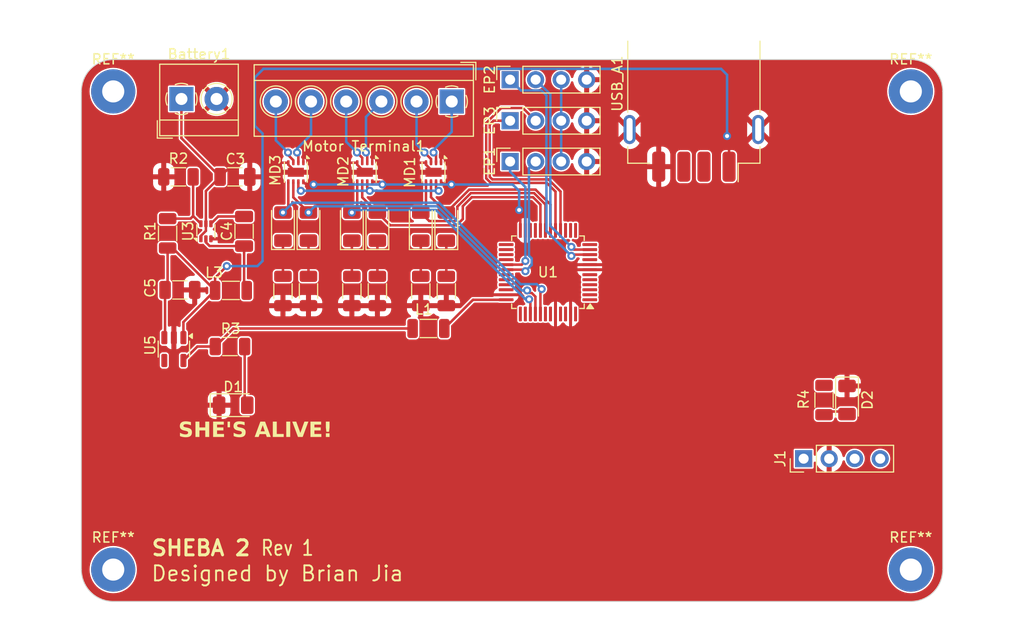
<source format=kicad_pcb>
(kicad_pcb (version 20240108) (generator "pcbnew") (generator_version "8.0")
  (layers (0 "F.Cu" power) (31 "B.Cu" signal) (34 "B.Paste" user) (35 "F.Paste" user) (36 "B.SilkS" user "B.Silkscreen") (37 "F.SilkS" user "F.Silkscreen") (38 "B.Mask" user) (39 "F.Mask" user) (44 "Edge.Cuts" user))
  (net 0 "")
  (net 1 "+BATT")
  (net 2 "GND")
  (net 3 "Net-(U1-VDDA)")
  (net 4 "Net-(U3-SW)")
  (net 5 "Net-(U3-BST)")
  (net 6 "+5V")
  (net 7 "/USB_DM")
  (net 8 "/USB_DP")
  (net 9 "+3V3")
  (net 10 "Net-(U3-FB)")
  (net 20 "TIM1_CH1")
  (net 21 "TIM1_CH2")
  (net 22 "TIM2_CH1")
  (net 23 "TIM2_CH2")
  (net 24 "M1_BACK")
  (net 25 "M1_FWD")
  (net 26 "M_SLEEP")
  (net 27 "Net-(MD1-OUT1)")
  (net 28 "Net-(MD1-OUT2)")
  (net 29 "M2_FWD")
  (net 30 "M2_BACK")
  (net 31 "Net-(MD2-OUT1)")
  (net 32 "Net-(MD2-OUT2)")
  (net 33 "BLINKY")
  (net 34 "Net-(D1-A)")
  (net 35 "Net-(D2-A)")
  (net 36 "SYS_JTMS-SWDIO")
  (net 37 "SYS_JTCK-SWCLK")
  (net 41 "Net-(D3-K)")
  (net 42 "Net-(D4-K)")
  (net 43 "Net-(D5-K)")
  (net 44 "Net-(D6-K)")
  (net 45 "TIM3_CH2")
  (net 46 "TIM3_CH1")
  (net 47 "M3_FWD")
  (net 48 "M3_BACK")
  (net 49 "Net-(MD3-OUT1)")
  (net 50 "Net-(MD3-OUT2)")
  (net 51 "Net-(D7-K)")
  (net 52 "Net-(D8-K)")
  (footprint "Inductor_SMD:L_1206_3216Metric" (layer "F.Cu") (at 87.884 56.76)
    (property "Reference" "L1" (at -0.457 -1.9 0) (layer "F.SilkS"))
    (property "Value" "L100nH")
    (pad "1" smd roundrect (at -1.575 0) (size 1.05 1.9) (layers "F.Cu" "F.Paste" "F.Mask") (roundrect_rratio 0.238095) (net 9 "+3V3"))
    (pad "2" smd roundrect (at 1.575 0) (size 1.05 1.9) (layers "F.Cu" "F.Paste" "F.Mask") (roundrect_rratio 0.238095) (net 3 "Net-(U1-VDDA)"))
  )
  (footprint "Capacitor_SMD:C_1206_3216Metric" (layer "F.Cu") (at 69.539 47.077 90)
    (property "Reference" "C4" (at 0 -1.721 -90) (layer "F.SilkS"))
    (property "Value" "C_Small100nF")
    (pad "1" smd roundrect (at -1.475 0 90) (size 1.15 1.8) (layers "F.Cu" "F.Paste" "F.Mask") (roundrect_rratio 0.217391) (net 4 "Net-(U3-SW)"))
    (pad "2" smd roundrect (at 1.475 0 90) (size 1.15 1.8) (layers "F.Cu" "F.Paste" "F.Mask") (roundrect_rratio 0.217391) (net 5 "Net-(U3-BST)"))
  )
  (footprint "MountingHole:MountingHole_2.2mm_M2_Pad" (layer "F.Cu") (at 56.515 33.147)
    (property "Reference" "REF**" (at 0 -3.2 0) (layer "F.SilkS"))
    (property "Value" "MountingHole_2.2mm_M2_Pad")
    (pad "1" thru_hole circle (at 0 0) (size 4.4 4.4) (drill 2.2) (layers "*.Cu" "*.Mask"))
  )
  (footprint "Resistor_SMD:R_1206_3216Metric" (layer "F.Cu") (at 82.804 53.0245 -90)
    (property "Reference" "R7" (hide yes))
    (property "Value" "R150")
    (pad "1" smd roundrect (at -1.4625 0 270) (size 1.125 1.75) (layers "F.Cu" "F.Paste" "F.Mask") (roundrect_rratio 0.222222) (net 43 "Net-(D5-K)"))
    (pad "2" smd roundrect (at 1.4625 0 270) (size 1.125 1.75) (layers "F.Cu" "F.Paste" "F.Mask") (roundrect_rratio 0.222222) (net 2 "GND"))
  )
  (footprint "Resistor_SMD:R_1206_3216Metric" (layer "F.Cu") (at 73.406 53.0245 -90)
    (property "Reference" "R10" (hide yes))
    (property "Value" "R150")
    (pad "1" smd roundrect (at -1.4625 0 270) (size 1.125 1.75) (layers "F.Cu" "F.Paste" "F.Mask") (roundrect_rratio 0.222222) (net 52 "Net-(D8-K)"))
    (pad "2" smd roundrect (at 1.4625 0 270) (size 1.125 1.75) (layers "F.Cu" "F.Paste" "F.Mask") (roundrect_rratio 0.222222) (net 2 "GND"))
  )
  (footprint "LED_SMD:LED_1206_3216Metric" (layer "F.Cu") (at 89.662 46.612 90)
    (property "Reference" "D3" (hide yes))
    (property "Value" "LED")
    (pad "1" smd roundrect (at -1.4 0 90) (size 1.25 1.75) (layers "F.Cu" "F.Paste" "F.Mask") (roundrect_rratio 0.2) (net 41 "Net-(D3-K)"))
    (pad "2" smd roundrect (at 1.4 0 90) (size 1.25 1.75) (layers "F.Cu" "F.Paste" "F.Mask") (roundrect_rratio 0.2) (net 25 "M1_FWD"))
  )
  (footprint "MountingHole:MountingHole_2.2mm_M2_Pad" (layer "F.Cu") (at 135.89 33.147)
    (property "Reference" "REF**" (at 0 -3.2 0) (layer "F.SilkS"))
    (property "Value" "MountingHole_2.2mm_M2_Pad")
    (pad "1" thru_hole circle (at 0 0) (size 4.4 4.4) (drill 2.2) (layers "*.Cu" "*.Mask"))
  )
  (footprint "Resistor_SMD:R_1206_3216Metric" (layer "F.Cu") (at 63.0045 41.656)
    (property "Reference" "R2" (at 0 -1.82 0) (layer "F.SilkS"))
    (property "Value" "R52.3k")
    (pad "1" smd roundrect (at -1.4625 0) (size 1.125 1.75) (layers "F.Cu" "F.Paste" "F.Mask") (roundrect_rratio 0.222222) (net 2 "GND"))
    (pad "2" smd roundrect (at 1.4625 0) (size 1.125 1.75) (layers "F.Cu" "F.Paste" "F.Mask") (roundrect_rratio 0.222222) (net 10 "Net-(U3-FB)"))
  )
  (footprint "MountingHole:MountingHole_2.2mm_M2_Pad" (layer "F.Cu") (at 56.515 80.772)
    (property "Reference" "REF**" (at 0 -3.2 0) (layer "F.SilkS"))
    (property "Value" "MountingHole_2.2mm_M2_Pad")
    (pad "1" thru_hole circle (at 0 0) (size 4.4 4.4) (drill 2.2) (layers "*.Cu" "*.Mask"))
  )
  (footprint "Resistor_SMD:R_1206_3216Metric" (layer "F.Cu") (at 127.254 63.884 -90)
    (property "Reference" "R4" (at -0.0615 2.032 90) (layer "F.SilkS"))
    (property "Value" "R150")
    (pad "1" smd roundrect (at -1.4625 0 270) (size 1.125 1.75) (layers "F.Cu" "F.Paste" "F.Mask") (roundrect_rratio 0.222222) (net 33 "BLINKY"))
    (pad "2" smd roundrect (at 1.4625 0 270) (size 1.125 1.75) (layers "F.Cu" "F.Paste" "F.Mask") (roundrect_rratio 0.222222) (net 35 "Net-(D2-A)"))
  )
  (footprint "Package_TO_SOT_SMD:SOT-563" (layer "F.Cu") (at 65.737 47.077 90)
    (property "Reference" "U3" (at 0 -1.778 -90) (layer "F.SilkS"))
    (property "Value" "AP62150Z6")
    (pad "1" smd roundrect (at -0.75 -0.5 90) (size 0.7 0.34) (layers "F.Cu" "F.Paste" "F.Mask") (net 1 "+BATT"))
    (pad "2" smd roundrect (at -0.75 0 90) (size 0.7 0.34) (layers "F.Cu" "F.Paste" "F.Mask") (net 4 "Net-(U3-SW)"))
    (pad "3" smd roundrect (at -0.75 0.5 90) (size 0.7 0.34) (layers "F.Cu" "F.Paste" "F.Mask") (net 2 "GND"))
    (pad "4" smd roundrect (at 0.75 0.5 90) (size 0.7 0.34) (layers "F.Cu" "F.Paste" "F.Mask") (net 5 "Net-(U3-BST)"))
    (pad "5" smd roundrect (at 0.75 0 90) (size 0.7 0.34) (layers "F.Cu" "F.Paste" "F.Mask") (net 1 "+BATT"))
    (pad "6" smd roundrect (at 0.75 -0.5 90) (size 0.7 0.34) (layers "F.Cu" "F.Paste" "F.Mask") (net 10 "Net-(U3-FB)"))
  )
  (footprint "Package_SON:WSON-8-1EP_2x2mm_P0.5mm_EP0.9x1.6mm" (layer "F.Cu") (at 81.546 41.2 -90)
    (property "Reference" "MD2" (at -0.066 2.14 90) (layer "F.SilkS"))
    (property "Value" "DRV8837C")
    (pad "1" smd roundrect (at -0.95 -0.75 270) (size 0.5 0.25) (layers "F.Cu" "F.Paste" "F.Mask") (net 1 "+BATT"))
    (pad "2" smd roundrect (at -0.95 -0.25 270) (size 0.5 0.25) (layers "F.Cu" "F.Paste" "F.Mask") (net 31 "Net-(MD2-OUT1)"))
    (pad "3" smd roundrect (at -0.95 0.25 270) (size 0.5 0.25) (layers "F.Cu" "F.Paste" "F.Mask") (net 32 "Net-(MD2-OUT2)"))
    (pad "4" smd roundrect (at -0.95 0.75 270) (size 0.5 0.25) (layers "F.Cu" "F.Paste" "F.Mask") (net 2 "GND"))
    (pad "5" smd roundrect (at 0.95 0.75 270) (size 0.5 0.25) (layers "F.Cu" "F.Paste" "F.Mask") (net 30 "M2_BACK"))
    (pad "6" smd roundrect (at 0.95 0.25 270) (size 0.5 0.25) (layers "F.Cu" "F.Paste" "F.Mask") (net 29 "M2_FWD"))
    (pad "7" smd roundrect (at 0.95 -0.25 270) (size 0.5 0.25) (layers "F.Cu" "F.Paste" "F.Mask") (net 26 "M_SLEEP"))
    (pad "8" smd roundrect (at 0.95 -0.75 270) (size 0.5 0.25) (layers "F.Cu" "F.Paste" "F.Mask") (net 9 "+3V3"))
    (pad "9" smd rect (at 0 0 270) (size 0.9 1.6) (layers "F.Cu" "F.Mask") (net 2 "GND"))
  )
  (footprint "LED_SMD:LED_1206_3216Metric" (layer "F.Cu") (at 82.804 46.612 90)
    (property "Reference" "D5" (hide yes))
    (property "Value" "LED")
    (pad "1" smd roundrect (at -1.4 0 90) (size 1.25 1.75) (layers "F.Cu" "F.Paste" "F.Mask") (roundrect_rratio 0.2) (net 43 "Net-(D5-K)"))
    (pad "2" smd roundrect (at 1.4 0 90) (size 1.25 1.75) (layers "F.Cu" "F.Paste" "F.Mask") (roundrect_rratio 0.2) (net 29 "M2_FWD"))
  )
  (footprint "Inductor_SMD:L_1206_3216Metric" (layer "F.Cu") (at 68.226 52.968 180)
    (property "Reference" "L3" (at 1.678 1.778 180) (layer "F.SilkS"))
    (property "Value" "L3.3uH")
    (pad "1" smd roundrect (at -1.575 0 180) (size 1.05 1.9) (layers "F.Cu" "F.Paste" "F.Mask") (roundrect_rratio 0.238095) (net 4 "Net-(U3-SW)"))
    (pad "2" smd roundrect (at 1.575 0 180) (size 1.05 1.9) (layers "F.Cu" "F.Paste" "F.Mask") (roundrect_rratio 0.238095) (net 6 "+5V"))
  )
  (footprint "Resistor_SMD:R_1206_3216Metric" (layer "F.Cu") (at 75.946 53.0245 -90)
    (property "Reference" "R9" (hide yes))
    (property "Value" "R150")
    (pad "1" smd roundrect (at -1.4625 0 270) (size 1.125 1.75) (layers "F.Cu" "F.Paste" "F.Mask") (roundrect_rratio 0.222222) (net 51 "Net-(D7-K)"))
    (pad "2" smd roundrect (at 1.4625 0 270) (size 1.125 1.75) (layers "F.Cu" "F.Paste" "F.Mask") (roundrect_rratio 0.222222) (net 2 "GND"))
  )
  (footprint "Connector_USB:USB_A_Receptacle_GCT_USB1046" (layer "F.Cu") (at 114.3 33.392 180)
    (property "Reference" "USB_A1" (at 7.62 1.016 -90) (layer "F.SilkS"))
    (property "Value" "USB_A")
    (pad "1" smd roundrect (at -3.5 -7.25 180) (size 1.3 3) (layers "F.Cu" "F.Paste" "F.Mask") (net 6 "+5V"))
    (pad "2" smd roundrect (at -1 -7.25 180) (size 1.3 3) (layers "F.Cu" "F.Paste" "F.Mask") (net 7 "/USB_DM"))
    (pad "3" smd roundrect (at 1 -7.25 180) (size 1.3 3) (layers "F.Cu" "F.Paste" "F.Mask") (net 8 "/USB_DP"))
    (pad "4" smd roundrect (at 3.5 -7.25 180) (size 1.3 3) (layers "F.Cu" "F.Paste" "F.Mask") (net 2 "GND"))
    (pad "5" thru_hole oval (at -6.4 -3.55 180) (size 1.2 2.9) (drill oval 0.6 2.3) (layers "*.Cu" "*.Mask") (net 2 "GND"))
    (pad "5" thru_hole oval (at 6.4 -3.55 180) (size 1.2 2.9) (drill oval 0.6 2.3) (layers "*.Cu" "*.Mask") (net 2 "GND"))
  )
  (footprint "Resistor_SMD:R_1206_3216Metric" (layer "F.Cu") (at 87.122 53.0245 -90)
    (property "Reference" "R6" (hide yes))
    (property "Value" "R150")
    (pad "1" smd roundrect (at -1.4625 0 270) (size 1.125 1.75) (layers "F.Cu" "F.Paste" "F.Mask") (roundrect_rratio 0.222222) (net 42 "Net-(D4-K)"))
    (pad "2" smd roundrect (at 1.4625 0 270) (size 1.125 1.75) (layers "F.Cu" "F.Paste" "F.Mask") (roundrect_rratio 0.222222) (net 2 "GND"))
  )
  (footprint "Package_SON:WSON-8-1EP_2x2mm_P0.5mm_EP0.9x1.6mm" (layer "F.Cu") (at 88.388 41.2 -90)
    (property "Reference" "MD1" (at 0.012 2.352 90) (layer "F.SilkS"))
    (property "Value" "DRV8837C")
    (pad "1" smd roundrect (at -0.95 -0.75 270) (size 0.5 0.25) (layers "F.Cu" "F.Paste" "F.Mask") (net 1 "+BATT"))
    (pad "2" smd roundrect (at -0.95 -0.25 270) (size 0.5 0.25) (layers "F.Cu" "F.Paste" "F.Mask") (net 27 "Net-(MD1-OUT1)"))
    (pad "3" smd roundrect (at -0.95 0.25 270) (size 0.5 0.25) (layers "F.Cu" "F.Paste" "F.Mask") (net 28 "Net-(MD1-OUT2)"))
    (pad "4" smd roundrect (at -0.95 0.75 270) (size 0.5 0.25) (layers "F.Cu" "F.Paste" "F.Mask") (net 2 "GND"))
    (pad "5" smd roundrect (at 0.95 0.75 270) (size 0.5 0.25) (layers "F.Cu" "F.Paste" "F.Mask") (net 24 "M1_BACK"))
    (pad "6" smd roundrect (at 0.95 0.25 270) (size 0.5 0.25) (layers "F.Cu" "F.Paste" "F.Mask") (net 25 "M1_FWD"))
    (pad "7" smd roundrect (at 0.95 -0.25 270) (size 0.5 0.25) (layers "F.Cu" "F.Paste" "F.Mask") (net 26 "M_SLEEP"))
    (pad "8" smd roundrect (at 0.95 -0.75 270) (size 0.5 0.25) (layers "F.Cu" "F.Paste" "F.Mask") (net 9 "+3V3"))
    (pad "9" smd rect (at 0 0 270) (size 0.9 1.6) (layers "F.Cu" "F.Mask") (net 2 "GND"))
  )
  (footprint "LED_SMD:LED_1206_3216Metric" (layer "F.Cu") (at 75.946 46.606 90)
    (property "Reference" "D7" (hide yes))
    (property "Value" "LED")
    (pad "1" smd roundrect (at -1.4 0 90) (size 1.25 1.75) (layers "F.Cu" "F.Paste" "F.Mask") (roundrect_rratio 0.2) (net 51 "Net-(D7-K)"))
    (pad "2" smd roundrect (at 1.4 0 90) (size 1.25 1.75) (layers "F.Cu" "F.Paste" "F.Mask") (roundrect_rratio 0.2) (net 47 "M3_FWD"))
  )
  (footprint "Resistor_SMD:R_1206_3216Metric" (layer "F.Cu") (at 80.264 53.0245 -90)
    (property "Reference" "R8" (hide yes))
    (property "Value" "R150")
    (pad "1" smd roundrect (at -1.4625 0 270) (size 1.125 1.75) (layers "F.Cu" "F.Paste" "F.Mask") (roundrect_rratio 0.222222) (net 44 "Net-(D6-K)"))
    (pad "2" smd roundrect (at 1.4625 0 270) (size 1.125 1.75) (layers "F.Cu" "F.Paste" "F.Mask") (roundrect_rratio 0.222222) (net 2 "GND"))
  )
  (footprint "Capacitor_SMD:C_1206_3216Metric" (layer "F.Cu") (at 63.148 52.919)
    (property "Reference" "C5" (at -2.95 -0.205 -90) (layer "F.SilkS"))
    (property "Value" "C_Small22uF")
    (pad "1" smd roundrect (at -1.475 0) (size 1.15 1.8) (layers "F.Cu" "F.Paste" "F.Mask") (roundrect_rratio 0.217391) (net 6 "+5V"))
    (pad "2" smd roundrect (at 1.475 0) (size 1.15 1.8) (layers "F.Cu" "F.Paste" "F.Mask") (roundrect_rratio 0.217391) (net 2 "GND"))
  )
  (footprint "Connector_PinSocket_2.54mm:PinSocket_1x04_P2.54mm_Vertical" (layer "F.Cu") (at 96.012 36.068 90)
    (property "Reference" "EP3" (at 0 -2.032 -90) (layer "F.SilkS"))
    (property "Value" "Conn_01x04_Socket")
    (pad "1" thru_hole rect (at 0 0 90) (size 1.7 1.7) (drill 1) (layers "*.Cu" "*.Mask") (net 46 "TIM3_CH1"))
    (pad "2" thru_hole oval (at 0 2.54 90) (size 1.7 1.7) (drill 1) (layers "*.Cu" "*.Mask") (net 45 "TIM3_CH2"))
    (pad "3" thru_hole oval (at 0 5.08 90) (size 1.7 1.7) (drill 1) (layers "*.Cu" "*.Mask") (net 9 "+3V3"))
    (pad "4" thru_hole oval (at 0 7.62 90) (size 1.7 1.7) (drill 1) (layers "*.Cu" "*.Mask") (net 2 "GND"))
  )
  (footprint "Package_TO_SOT_SMD:SOT-23-5" (layer "F.Cu") (at 62.55 58.81 -90)
    (property "Reference" "U5" (at -0.3755 2.352 90) (layer "F.SilkS"))
    (property "Value" "MIC5504-3.3YM5")
    (pad "1" smd roundrect (at -1.1375 -0.95 270) (size 1.325 0.6) (layers "F.Cu" "F.Paste" "F.Mask") (net 6 "+5V"))
    (pad "2" smd roundrect (at -1.1375 0 270) (size 1.325 0.6) (layers "F.Cu" "F.Paste" "F.Mask") (net 2 "GND"))
    (pad "3" smd roundrect (at -1.1375 0.95 270) (size 1.325 0.6) (layers "F.Cu" "F.Paste" "F.Mask") (net 6 "+5V"))
    (pad "4" smd roundrect (at 1.1375 0.95 270) (size 1.325 0.6) (layers "F.Cu" "F.Paste" "F.Mask"))
    (pad "5" smd roundrect (at 1.1375 -0.95 270) (size 1.325 0.6) (layers "F.Cu" "F.Paste" "F.Mask") (net 9 "+3V3"))
  )
  (footprint "Resistor_SMD:R_1206_3216Metric" (layer "F.Cu") (at 61.927 47.282 -90)
    (property "Reference" "R1" (at -0.205 1.729 -90) (layer "F.SilkS"))
    (property "Value" "R10k")
    (pad "1" smd roundrect (at -1.4625 0 270) (size 1.125 1.75) (layers "F.Cu" "F.Paste" "F.Mask") (roundrect_rratio 0.222222) (net 10 "Net-(U3-FB)"))
    (pad "2" smd roundrect (at 1.4625 0 270) (size 1.125 1.75) (layers "F.Cu" "F.Paste" "F.Mask") (roundrect_rratio 0.222222) (net 6 "+5V"))
  )
  (footprint "Resistor_SMD:R_1206_3216Metric" (layer "F.Cu") (at 89.662 53.0245 -90)
    (property "Reference" "R5" (hide yes))
    (property "Value" "R150")
    (pad "1" smd roundrect (at -1.4625 0 270) (size 1.125 1.75) (layers "F.Cu" "F.Paste" "F.Mask") (roundrect_rratio 0.222222) (net 41 "Net-(D3-K)"))
    (pad "2" smd roundrect (at 1.4625 0 270) (size 1.125 1.75) (layers "F.Cu" "F.Paste" "F.Mask") (roundrect_rratio 0.222222) (net 2 "GND"))
  )
  (footprint "Package_QFP:LQFP-48_7x7mm_P0.5mm" (layer "F.Cu") (at 99.778 51.1525 180)
    (property "Reference" "U1" (at 0 0 180) (layer "F.SilkS"))
    (property "Value" "STM32F072C8Tx")
    (pad "1" smd roundrect (at -4.1625 -2.75 180) (size 1.475 0.3) (layers "F.Cu" "F.Paste" "F.Mask") (net 9 "+3V3"))
    (pad "2" smd roundrect (at -4.1625 -2.25 180) (size 1.475 0.3) (layers "F.Cu" "F.Paste" "F.Mask") (net 26 "M_SLEEP"))
    (pad "3" smd roundrect (at -4.1625 -1.75 180) (size 1.475 0.3) (layers "F.Cu" "F.Paste" "F.Mask"))
    (pad "4" smd roundrect (at -4.1625 -1.25 180) (size 1.475 0.3) (layers "F.Cu" "F.Paste" "F.Mask"))
    (pad "5" smd roundrect (at -4.1625 -0.75 180) (size 1.475 0.3) (layers "F.Cu" "F.Paste" "F.Mask"))
    (pad "6" smd roundrect (at -4.1625 -0.25 180) (size 1.475 0.3) (layers "F.Cu" "F.Paste" "F.Mask"))
    (pad "7" smd roundrect (at -4.1625 0.25 180) (size 1.475 0.3) (layers "F.Cu" "F.Paste" "F.Mask") (net 2 "GND"))
    (pad "8" smd roundrect (at -4.1625 0.75 180) (size 1.475 0.3) (layers "F.Cu" "F.Paste" "F.Mask") (net 2 "GND"))
    (pad "9" smd roundrect (at -4.1625 1.25 180) (size 1.475 0.3) (layers "F.Cu" "F.Paste" "F.Mask") (net 3 "Net-(U1-VDDA)"))
    (pad "10" smd roundrect (at -4.1625 1.75 180) (size 1.475 0.3) (layers "F.Cu" "F.Paste" "F.Mask") (net 22 "TIM2_CH1"))
    (pad "11" smd roundrect (at -4.1625 2.25 180) (size 1.475 0.3) (layers "F.Cu" "F.Paste" "F.Mask") (net 23 "TIM2_CH2"))
    (pad "12" smd roundrect (at -4.1625 2.75 180) (size 1.475 0.3) (layers "F.Cu" "F.Paste" "F.Mask"))
    (pad "13" smd roundrect (at -2.75 4.1625 180) (size 0.3 1.475) (layers "F.Cu" "F.Paste" "F.Mask"))
    (pad "14" smd roundrect (at -2.25 4.1625 180) (size 0.3 1.475) (layers "F.Cu" "F.Paste" "F.Mask"))
    (pad "15" smd roundrect (at -1.75 4.1625 180) (size 0.3 1.475) (layers "F.Cu" "F.Paste" "F.Mask"))
    (pad "16" smd roundrect (at -1.25 4.1625 180) (size 0.3 1.475) (layers "F.Cu" "F.Paste" "F.Mask") (net 46 "TIM3_CH1"))
    (pad "17" smd roundrect (at -0.75 4.1625 180) (size 0.3 1.475) (layers "F.Cu" "F.Paste" "F.Mask") (net 45 "TIM3_CH2"))
    (pad "18" smd roundrect (at -0.25 4.1625 180) (size 0.3 1.475) (layers "F.Cu" "F.Paste" "F.Mask") (net 25 "M1_FWD"))
    (pad "19" smd roundrect (at 0.25 4.1625 180) (size 0.3 1.475) (layers "F.Cu" "F.Paste" "F.Mask") (net 24 "M1_BACK"))
    (pad "20" smd roundrect (at 0.75 4.1625 180) (size 0.3 1.475) (layers "F.Cu" "F.Paste" "F.Mask") (net 29 "M2_FWD"))
    (pad "21" smd roundrect (at 1.25 4.1625 180) (size 0.3 1.475) (layers "F.Cu" "F.Paste" "F.Mask"))
    (pad "22" smd roundrect (at 1.75 4.1625 180) (size 0.3 1.475) (layers "F.Cu" "F.Paste" "F.Mask") (net 33 "BLINKY"))
    (pad "23" smd roundrect (at 2.25 4.1625 180) (size 0.3 1.475) (layers "F.Cu" "F.Paste" "F.Mask") (net 2 "GND"))
    (pad "24" smd roundrect (at 2.75 4.1625 180) (size 0.3 1.475) (layers "F.Cu" "F.Paste" "F.Mask") (net 9 "+3V3"))
    (pad "25" smd roundrect (at 4.1625 2.75 180) (size 1.475 0.3) (layers "F.Cu" "F.Paste" "F.Mask"))
    (pad "26" smd roundrect (at 4.1625 2.25 180) (size 1.475 0.3) (layers "F.Cu" "F.Paste" "F.Mask"))
    (pad "27" smd roundrect (at 4.1625 1.75 180) (size 1.475 0.3) (layers "F.Cu" "F.Paste" "F.Mask"))
    (pad "28" smd roundrect (at 4.1625 1.25 180) (size 1.475 0.3) (layers "F.Cu" "F.Paste" "F.Mask"))
    (pad "29" smd roundrect (at 4.1625 0.75 180) (size 1.475 0.3) (layers "F.Cu" "F.Paste" "F.Mask") (net 20 "TIM1_CH1"))
    (pad "30" smd roundrect (at 4.1625 0.25 180) (size 1.475 0.3) (layers "F.Cu" "F.Paste" "F.Mask") (net 21 "TIM1_CH2"))
    (pad "31" smd roundrect (at 4.1625 -0.25 180) (size 1.475 0.3) (layers "F.Cu" "F.Paste" "F.Mask"))
    (pad "32" smd roundrect (at 4.1625 -0.75 180) (size 1.475 0.3) (layers "F.Cu" "F.Paste" "F.Mask") (net 7 "/USB_DM"))
    (pad "33" smd roundrect (at 4.1625 -1.25 180) (size 1.475 0.3) (layers "F.Cu" "F.Paste" "F.Mask") (net 8 "/USB_DP"))
    (pad "34" smd roundrect (at 4.1625 -1.75 180) (size 1.475 0.3) (layers "F.Cu" "F.Paste" "F.Mask") (net 36 "SYS_JTMS-SWDIO"))
    (pad "35" smd roundrect (at 4.1625 -2.25 180) (size 1.475 0.3) (layers "F.Cu" "F.Paste" "F.Mask") (net 2 "GND"))
    (pad "36" smd roundrect (at 4.1625 -2.75 180) (size 1.475 0.3) (layers "F.Cu" "F.Paste" "F.Mask") (net 3 "Net-(U1-VDDA)"))
    (pad "37" smd roundrect (at 2.75 -4.1625 180) (size 0.3 1.475) (layers "F.Cu" "F.Paste" "F.Mask") (net 37 "SYS_JTCK-SWCLK"))
    (pad "38" smd roundrect (at 2.25 -4.1625 180) (size 0.3 1.475) (layers "F.Cu" "F.Paste" "F.Mask"))
    (pad "39" smd roundrect (at 1.75 -4.1625 180) (size 0.3 1.475) (layers "F.Cu" "F.Paste" "F.Mask") (net 30 "M2_BACK"))
    (pad "40" smd roundrect (at 1.25 -4.1625 180) (size 0.3 1.475) (layers "F.Cu" "F.Paste" "F.Mask") (net 47 "M3_FWD"))
    (pad "41" smd roundrect (at 0.75 -4.1625 180) (size 0.3 1.475) (layers "F.Cu" "F.Paste" "F.Mask") (net 48 "M3_BACK"))
    (pad "42" smd roundrect (at 0.25 -4.1625 180) (size 0.3 1.475) (layers "F.Cu" "F.Paste" "F.Mask"))
    (pad "43" smd roundrect (at -0.25 -4.1625 180) (size 0.3 1.475) (layers "F.Cu" "F.Paste" "F.Mask"))
    (pad "44" smd roundrect (at -0.75 -4.1625 180) (size 0.3 1.475) (layers "F.Cu" "F.Paste" "F.Mask") (net 2 "GND"))
    (pad "45" smd roundrect (at -1.25 -4.1625 180) (size 0.3 1.475) (layers "F.Cu" "F.Paste" "F.Mask"))
    (pad "46" smd roundrect (at -1.75 -4.1625 180) (size 0.3 1.475) (layers "F.Cu" "F.Paste" "F.Mask"))
    (pad "47" smd roundrect (at -2.25 -4.1625 180) (size 0.3 1.475) (layers "F.Cu" "F.Paste" "F.Mask") (net 2 "GND"))
    (pad "48" smd roundrect (at -2.75 -4.1625 180) (size 0.3 1.475) (layers "F.Cu" "F.Paste" "F.Mask") (net 9 "+3V3"))
  )
  (footprint "Connector_PinHeader_2.54mm:PinHeader_1x04_P2.54mm_Vertical" (layer "F.Cu") (at 125.222 69.726 90)
    (property "Reference" "J1" (at 0 -2.33 -90) (layer "F.SilkS"))
    (property "Value" "Conn_01x04_Pin")
    (pad "1" thru_hole rect (at 0 0 90) (size 1.7 1.7) (drill 1) (layers "*.Cu" "*.Mask") (net 9 "+3V3"))
    (pad "2" thru_hole oval (at 0 2.54 90) (size 1.7 1.7) (drill 1) (layers "*.Cu" "*.Mask") (net 2 "GND"))
    (pad "3" thru_hole oval (at 0 5.08 90) (size 1.7 1.7) (drill 1) (layers "*.Cu" "*.Mask") (net 36 "SYS_JTMS-SWDIO"))
    (pad "4" thru_hole oval (at 0 7.62 90) (size 1.7 1.7) (drill 1) (layers "*.Cu" "*.Mask") (net 37 "SYS_JTCK-SWCLK"))
  )
  (footprint "MountingHole:MountingHole_2.2mm_M2_Pad" (layer "F.Cu") (at 135.89 80.772)
    (property "Reference" "REF**" (at 0 -3.2 0) (layer "F.SilkS"))
    (property "Value" "MountingHole_2.2mm_M2_Pad")
    (pad "1" thru_hole circle (at 0 0) (size 4.4 4.4) (drill 2.2) (layers "*.Cu" "*.Mask"))
  )
  (footprint "Capacitor_SMD:C_1206_3216Metric" (layer "F.Cu") (at 68.629 41.656)
    (property "Reference" "C3" (at 0.049 -1.778 180) (layer "F.SilkS"))
    (property "Value" "C_Small10uF")
    (pad "1" smd roundrect (at -1.475 0) (size 1.15 1.8) (layers "F.Cu" "F.Paste" "F.Mask") (roundrect_rratio 0.217391) (net 1 "+BATT"))
    (pad "2" smd roundrect (at 1.475 0) (size 1.15 1.8) (layers "F.Cu" "F.Paste" "F.Mask") (roundrect_rratio 0.217391) (net 2 "GND"))
  )
  (footprint "LED_SMD:LED_1206_3216Metric" (layer "F.Cu") (at 73.406 46.606 90)
    (property "Reference" "D8" (hide yes))
    (property "Value" "LED")
    (pad "1" smd roundrect (at -1.4 0 90) (size 1.25 1.75) (layers "F.Cu" "F.Paste" "F.Mask") (roundrect_rratio 0.2) (net 52 "Net-(D8-K)"))
    (pad "2" smd roundrect (at 1.4 0 90) (size 1.25 1.75) (layers "F.Cu" "F.Paste" "F.Mask") (roundrect_rratio 0.2) (net 48 "M3_BACK"))
  )
  (footprint "LED_SMD:LED_1206_3216Metric" (layer "F.Cu") (at 80.264 46.612 90)
    (property "Reference" "D6" (hide yes))
    (property "Value" "LED")
    (pad "1" smd roundrect (at -1.4 0 90) (size 1.25 1.75) (layers "F.Cu" "F.Paste" "F.Mask") (roundrect_rratio 0.2) (net 44 "Net-(D6-K)"))
    (pad "2" smd roundrect (at 1.4 0 90) (size 1.25 1.75) (layers "F.Cu" "F.Paste" "F.Mask") (roundrect_rratio 0.2) (net 30 "M2_BACK"))
  )
  (footprint "LED_SMD:LED_1206_3216Metric" (layer "F.Cu") (at 87.122 46.612 90)
    (property "Reference" "D4" (hide yes))
    (property "Value" "LED")
    (pad "1" smd roundrect (at -1.4 0 90) (size 1.25 1.75) (layers "F.Cu" "F.Paste" "F.Mask") (roundrect_rratio 0.2) (net 42 "Net-(D4-K)"))
    (pad "2" smd roundrect (at 1.4 0 90) (size 1.25 1.75) (layers "F.Cu" "F.Paste" "F.Mask") (roundrect_rratio 0.2) (net 24 "M1_BACK"))
  )
  (footprint "Connector_PinSocket_2.54mm:PinSocket_1x04_P2.54mm_Vertical" (layer "F.Cu") (at 96.012 40.132 90)
    (property "Reference" "EP1" (at 0 -2.032 -90) (layer "F.SilkS"))
    (property "Value" "Conn_01x04_Socket")
    (pad "1" thru_hole rect (at 0 0 90) (size 1.7 1.7) (drill 1) (layers "*.Cu" "*.Mask") (net 20 "TIM1_CH1"))
    (pad "2" thru_hole oval (at 0 2.54 90) (size 1.7 1.7) (drill 1) (layers "*.Cu" "*.Mask") (net 21 "TIM1_CH2"))
    (pad "3" thru_hole oval (at 0 5.08 90) (size 1.7 1.7) (drill 1) (layers "*.Cu" "*.Mask") (net 9 "+3V3"))
    (pad "4" thru_hole oval (at 0 7.62 90) (size 1.7 1.7) (drill 1) (layers "*.Cu" "*.Mask") (net 2 "GND"))
  )
  (footprint "LED_SMD:LED_1206_3216Metric" (layer "F.Cu") (at 129.54 63.884 -90)
    (property "Reference" "D2" (at 0 -2.032 -90) (layer "F.SilkS"))
    (property "Value" "LED")
    (pad "1" smd roundrect (at -1.4 0 270) (size 1.25 1.75) (layers "F.Cu" "F.Paste" "F.Mask") (roundrect_rratio 0.2) (net 2 "GND"))
    (pad "2" smd roundrect (at 1.4 0 270) (size 1.25 1.75) (layers "F.Cu" "F.Paste" "F.Mask") (roundrect_rratio 0.2) (net 35 "Net-(D2-A)"))
  )
  (footprint "Package_SON:WSON-8-1EP_2x2mm_P0.5mm_EP0.9x1.6mm" (layer "F.Cu") (at 74.688 41.2 -90)
    (property "Reference" "MD3" (at -0.188 2.044 90) (layer "F.SilkS"))
    (property "Value" "DRV8837C")
    (pad "1" smd roundrect (at -0.95 -0.75 270) (size 0.5 0.25) (layers "F.Cu" "F.Paste" "F.Mask") (net 1 "+BATT"))
    (pad "2" smd roundrect (at -0.95 -0.25 270) (size 0.5 0.25) (layers "F.Cu" "F.Paste" "F.Mask") (net 49 "Net-(MD3-OUT1)"))
    (pad "3" smd roundrect (at -0.95 0.25 270) (size 0.5 0.25) (layers "F.Cu" "F.Paste" "F.Mask") (net 50 "Net-(MD3-OUT2)"))
    (pad "4" smd roundrect (at -0.95 0.75 270) (size 0.5 0.25) (layers "F.Cu" "F.Paste" "F.Mask") (net 2 "GND"))
    (pad "5" smd roundrect (at 0.95 0.75 270) (size 0.5 0.25) (layers "F.Cu" "F.Paste" "F.Mask") (net 48 "M3_BACK"))
    (pad "6" smd roundrect (at 0.95 0.25 270) (size 0.5 0.25) (layers "F.Cu" "F.Paste" "F.Mask") (net 47 "M3_FWD"))
    (pad "7" smd roundrect (at 0.95 -0.25 270) (size 0.5 0.25) (layers "F.Cu" "F.Paste" "F.Mask") (net 26 "M_SLEEP"))
    (pad "8" smd roundrect (at 0.95 -0.75 270) (size 0.5 0.25) (layers "F.Cu" "F.Paste" "F.Mask") (net 9 "+3V3"))
    (pad "9" smd rect (at 0 0 270) (size 0.9 1.6) (layers "F.Cu" "F.Mask") (net 2 "GND"))
  )
  (footprint "Connector_PinSocket_2.54mm:PinSocket_1x04_P2.54mm_Vertical" (layer "F.Cu") (at 96.012 31.979 90)
    (property "Reference" "EP2" (at 0 -2.032 -90) (layer "F.SilkS"))
    (property "Value" "Conn_01x04_Socket")
    (pad "1" thru_hole rect (at 0 0 90) (size 1.7 1.7) (drill 1) (layers "*.Cu" "*.Mask") (net 22 "TIM2_CH1"))
    (pad "2" thru_hole oval (at 0 2.54 90) (size 1.7 1.7) (drill 1) (layers "*.Cu" "*.Mask") (net 23 "TIM2_CH2"))
    (pad "3" thru_hole oval (at 0 5.08 90) (size 1.7 1.7) (drill 1) (layers "*.Cu" "*.Mask") (net 9 "+3V3"))
    (pad "4" thru_hole oval (at 0 7.62 90) (size 1.7 1.7) (drill 1) (layers "*.Cu" "*.Mask") (net 2 "GND"))
  )
  (footprint "Resistor_SMD:R_1206_3216Metric" (layer "F.Cu") (at 68.1335 58.556)
    (property "Reference" "R3" (at 0.0615 -1.778 0) (layer "F.SilkS"))
    (property "Value" "R150")
    (pad "1" smd roundrect (at -1.4625 0) (size 1.125 1.75) (layers "F.Cu" "F.Paste" "F.Mask") (roundrect_rratio 0.222222) (net 9 "+3V3"))
    (pad "2" smd roundrect (at 1.4625 0) (size 1.125 1.75) (layers "F.Cu" "F.Paste" "F.Mask") (roundrect_rratio 0.222222) (net 34 "Net-(D1-A)"))
  )
  (footprint "LED_SMD:LED_1206_3216Metric" (layer "F.Cu") (at 68.45 64.398)
    (property "Reference" "D1" (at 0 -1.82 0) (layer "F.SilkS"))
    (property "Value" "LED")
    (pad "1" smd roundrect (at -1.4 0) (size 1.25 1.75) (layers "F.Cu" "F.Paste" "F.Mask") (roundrect_rratio 0.2) (net 2 "GND"))
    (pad "2" smd roundrect (at 1.4 0) (size 1.25 1.75) (layers "F.Cu" "F.Paste" "F.Mask") (roundrect_rratio 0.2) (net 34 "Net-(D1-A)"))
  )
  (footprint "TerminalBlock_4Ucon:TerminalBlock_4Ucon_1x06_P3.50mm_Horizontal" (layer "F.Cu") (at 90.2 34.154 180)
    (property "Reference" "Motor Terminal1" (at 8.75 -4.46 180) (layer "F.SilkS"))
    (property "Value" "~")
    (pad "1" thru_hole rect (at 0 0 180) (size 2.4 2.4) (drill 1.2) (layers "*.Cu" "*.Mask") (net 27 "Net-(MD1-OUT1)"))
    (pad "2" thru_hole circle (at 3.5 0 180) (size 2.4 2.4) (drill 1.2) (layers "*.Cu" "*.Mask") (net 28 "Net-(MD1-OUT2)"))
    (pad "3" thru_hole circle (at 7 0 180) (size 2.4 2.4) (drill 1.2) (layers "*.Cu" "*.Mask") (net 31 "Net-(MD2-OUT1)"))
    (pad "4" thru_hole circle (at 10.5 0 180) (size 2.4 2.4) (drill 1.2) (layers "*.Cu" "*.Mask") (net 32 "Net-(MD2-OUT2)"))
    (pad "5" thru_hole circle (at 14 0 180) (size 2.4 2.4) (drill 1.2) (layers "*.Cu" "*.Mask") (net 49 "Net-(MD3-OUT1)"))
    (pad "6" thru_hole circle (at 17.5 0 180) (size 2.4 2.4) (drill 1.2) (layers "*.Cu" "*.Mask") (net 50 "Net-(MD3-OUT2)"))
  )
  (footprint "TerminalBlock_4Ucon:TerminalBlock_4Ucon_1x02_P3.50mm_Horizontal" (layer "F.Cu") (at 63.302 33.9)
    (property "Reference" "Battery1" (at 1.75 -4.46 0) (layer "F.SilkS"))
    (property "Value" "~")
    (pad "1" thru_hole rect (at 0 0) (size 2.4 2.4) (drill 1.2) (layers "*.Cu" "*.Mask") (net 1 "+BATT"))
    (pad "2" thru_hole circle (at 3.5 0) (size 2.4 2.4) (drill 1.2) (layers "*.Cu" "*.Mask") (net 2 "GND"))
  )
  (gr_line (start 139.065 33.147) (end 139.065 80.772) (stroke (width 0.1)) (layer "Edge.Cuts"))
  (gr_line (start 56.515 29.972) (end 135.89 29.972) (stroke (width 0.1)) (layer "Edge.Cuts"))
  (gr_line (start 53.34 80.772) (end 53.34 33.147) (stroke (width 0.1)) (layer "Edge.Cuts"))
  (gr_arc (start 139.065 80.772) (mid 138.135064 83.017064) (end 135.89 83.947) (stroke (width 0.1)) (layer "Edge.Cuts"))
  (gr_line (start 135.89 83.947) (end 56.515 83.947) (stroke (width 0.1)) (layer "Edge.Cuts"))
  (gr_arc (start 135.89 29.972) (mid 138.135064 30.901936) (end 139.065 33.147) (stroke (width 0.1)) (layer "Edge.Cuts"))
  (gr_arc (start 53.34 33.147) (mid 54.269936 30.901936) (end 56.515 29.972) (stroke (width 0.1)) (layer "Edge.Cuts"))
  (gr_arc (start 56.515 83.947) (mid 54.269936 83.017064) (end 53.34 80.772) (stroke (width 0.1)) (layer "Edge.Cuts"))
  (gr_text "Designed by Brian Jia\n" (at 60.198 82.042 0) (layer "F.SilkS") (effects (font (size 1.5 1.5) (thickness 0.1875)) (justify left bottom)))
  (gr_text "Rev 1" (at 71.12 79.502 0) (layer "F.SilkS") (effects (font (size 1.5 1.2) (thickness 0.1875)) (justify left bottom)))
  (gr_text "SHE'S ALIVE!" (at 62.992 67.818 0) (layer "F.SilkS") (effects (font (size 1.5 1.5) (thickness 0.3) (bold yes)) (justify left bottom)))
  (gr_text "SHEBA 2" (at 60.198 79.502 0) (layer "F.SilkS") (effects (font (size 1.5 1.5) (thickness 0.3) (bold yes)) (justify left bottom)))
  (segment (start 65.737 46.327) (end 65.737 43.073) (width 0.25) (layer "F.Cu") (net 1))
  (segment (start 75.438 38.608022) (end 75.438 40.25) (width 0.25) (layer "F.Cu") (net 1))
  (segment (start 82.296 38.608022) (end 88.649906 38.608022) (width 0.25) (layer "F.Cu") (net 1))
  (segment (start 70.201978 38.608022) (end 75.438 38.608022) (width 0.25) (layer "F.Cu") (net 1))
  (segment (start 75.438 38.608022) (end 82.296 38.608022) (width 0.25) (layer "F.Cu") (net 1))
  (segment (start 67.154 41.656) (end 70.201978 38.608022) (width 0.25) (layer "F.Cu") (net 1))
  (segment (start 89.138 39.096116) (end 89.138 40.25) (width 0.25) (layer "F.Cu") (net 1))
  (segment (start 65.737 47.036238) (end 65.237 47.536238) (width 0.25) (layer "F.Cu") (net 1))
  (segment (start 63.302 33.9) (end 63.302 37.804) (width 0.25) (layer "F.Cu") (net 1))
  (segment (start 65.237 47.536238) (end 65.237 47.827) (width 0.25) (layer "F.Cu") (net 1))
  (segment (start 82.296 38.608022) (end 82.296 40.25) (width 0.25) (layer "F.Cu") (net 1))
  (segment (start 65.737 43.073) (end 67.154 41.656) (width 0.25) (layer "F.Cu") (net 1))
  (segment (start 63.302 37.804) (end 67.154 41.656) (width 0.25) (layer "F.Cu") (net 1))
  (segment (start 88.649906 38.608022) (end 89.138 39.096116) (width 0.25) (layer "F.Cu") (net 1))
  (segment (start 65.737 46.327) (end 65.737 47.036238) (width 0.25) (layer "F.Cu") (net 1))
  (segment (start 80.796 40.25) (end 80.796 40.45) (width 0.25) (layer "F.Cu") (net 2))
  (segment (start 87.638 40.45) (end 88.388 41.2) (width 0.25) (layer "F.Cu") (net 2))
  (segment (start 80.796 40.45) (end 81.546 41.2) (width 0.25) (layer "F.Cu") (net 2))
  (segment (start 73.938 40.25) (end 73.938 40.45) (width 0.25) (layer "F.Cu") (net 2))
  (segment (start 87.638 40.25) (end 87.638 40.45) (width 0.25) (layer "F.Cu") (net 2))
  (segment (start 73.938 40.45) (end 74.688 41.2) (width 0.25) (layer "F.Cu") (net 2))
  (segment (start 92.3165 53.9025) (end 95.6155 53.9025) (width 0.25) (layer "F.Cu") (net 3))
  (segment (start 89.459 56.76) (end 92.3165 53.9025) (width 0.25) (layer "F.Cu") (net 3))
  (segment (start 66.112 48.552) (end 65.737 48.177) (width 0.25) (layer "F.Cu") (net 4))
  (segment (start 69.539 48.552) (end 69.539 52.706) (width 0.25) (layer "F.Cu") (net 4))
  (segment (start 65.737 48.177) (end 65.737 47.827) (width 0.25) (layer "F.Cu") (net 4))
  (segment (start 69.539 48.552) (end 66.112 48.552) (width 0.25) (layer "F.Cu") (net 4))
  (segment (start 69.539 52.706) (end 69.801 52.968) (width 0.25) (layer "F.Cu") (net 4))
  (segment (start 69.539 45.602) (end 66.962 45.602) (width 0.25) (layer "F.Cu") (net 5))
  (segment (start 66.962 45.602) (end 66.237 46.327) (width 0.25) (layer "F.Cu") (net 5))
  (segment (start 61.927 52.665) (end 61.673 52.919) (width 0.25) (layer "F.Cu") (net 6))
  (segment (start 63.5 57.6725) (end 63.5 56.119) (width 0.25) (layer "F.Cu") (net 6))
  (segment (start 117.8 37.79) (end 117.8 40.642) (width 0.25) (layer "F.Cu") (net 6))
  (segment (start 62.4275 48.7445) (end 66.651 52.968) (width 0.25) (layer "F.Cu") (net 6))
  (segment (start 61.673 57.5995) (end 61.6 57.6725) (width 0.25) (layer "F.Cu") (net 6))
  (segment (start 66.651 52.968) (end 66.651 51.713) (width 0.25) (layer "F.Cu") (net 6))
  (segment (start 117.602 37.592) (end 117.8 37.79) (width 0.25) (layer "F.Cu") (net 6))
  (segment (start 61.673 52.919) (end 61.673 57.5995) (width 0.25) (layer "F.Cu") (net 6))
  (segment (start 61.927 48.7445) (end 61.927 52.665) (width 0.25) (layer "F.Cu") (net 6))
  (segment (start 63.5 56.119) (end 66.651 52.968) (width 0.25) (layer "F.Cu") (net 6))
  (segment (start 66.651 51.713) (end 67.818 50.546) (width 0.25) (layer "F.Cu") (net 6))
  (segment (start 61.927 48.7445) (end 62.4275 48.7445) (width 0.25) (layer "F.Cu") (net 6))
  (via (at 67.818 50.546) (size 0.8) (drill 0.4) (layers "F.Cu" "B.Cu") (net 6))
  (via (at 117.602 37.592) (size 0.8) (drill 0.4) (layers "F.Cu" "B.Cu") (net 6))
  (segment (start 71.374 50.038) (end 70.866 50.546) (width 0.25) (layer "B.Cu") (net 6))
  (segment (start 70.612 36.576) (end 71.374 37.338) (width 0.25) (layer "B.Cu") (net 6))
  (segment (start 117.602 31.496) (end 117.01 30.904) (width 0.25) (layer "B.Cu") (net 6))
  (segment (start 70.866 50.546) (end 67.818 50.546) (width 0.25) (layer "B.Cu") (net 6))
  (segment (start 117.01 30.904) (end 71.458 30.904) (width 0.25) (layer "B.Cu") (net 6))
  (segment (start 70.612 31.75) (end 70.612 36.576) (width 0.25) (layer "B.Cu") (net 6))
  (segment (start 117.602 37.592) (end 117.602 31.496) (width 0.25) (layer "B.Cu") (net 6))
  (segment (start 71.458 30.904) (end 70.612 31.75) (width 0.25) (layer "B.Cu") (net 6))
  (segment (start 71.374 37.338) (end 71.374 50.038) (width 0.25) (layer "B.Cu") (net 6))
  (segment (start 96.911 44.958) (end 97.028 45.075) (width 0.25) (layer "F.Cu") (net 9))
  (segment (start 64.8915 58.556) (end 66.671 58.556) (width 0.25) (layer "F.Cu") (net 9))
  (segment (start 76.454 42.419) (end 75.707 42.419) (width 0.25) (layer "F.Cu") (net 9))
  (segment (start 83.312 42.419) (end 83.043 42.15) (width 0.25) (layer "F.Cu") (net 9))
  (segment (start 75.707 42.419) (end 75.438 42.15) (width 0.25) (layer "F.Cu") (net 9))
  (segment (start 89.407 42.419) (end 89.138 42.15) (width 0.25) (layer "F.Cu") (net 9))
  (segment (start 66.671 58.556) (end 68.467 56.76) (width 0.25) (layer "F.Cu") (net 9))
  (segment (start 97.028 45.075) (end 97.028 46.99) (width 0.25) (layer "F.Cu") (net 9))
  (segment (start 68.467 56.76) (end 86.309 56.76) (width 0.25) (layer "F.Cu") (net 9))
  (segment (start 90.17 42.419) (end 89.407 42.419) (width 0.25) (layer "F.Cu") (net 9))
  (segment (start 63.5 59.9475) (end 64.8915 58.556) (width 0.25) (layer "F.Cu") (net 9))
  (segment (start 83.043 42.15) (end 82.296 42.15) (width 0.25) (layer "F.Cu") (net 9))
  (via (at 90.17 42.419) (size 0.8) (drill 0.4) (layers "F.Cu" "B.Cu") (net 9))
  (via (at 96.911 44.958) (size 0.8) (drill 0.4) (layers "F.Cu" "B.Cu") (net 9))
  (via (at 76.454 42.419) (size 0.8) (drill 0.4) (layers "F.Cu" "B.Cu") (net 9))
  (via (at 83.312 42.419) (size 0.8) (drill 0.4) (layers "F.Cu" "B.Cu") (net 9))
  (segment (start 90.17 42.419) (end 83.312 42.419) (width 0.25) (layer "B.Cu") (net 9))
  (segment (start 76.201 42.419) (end 76.454 42.419) (width 0.25) (layer "B.Cu") (net 9))
  (segment (start 101.092 40.132) (end 101.092 31.979) (width 0.25) (layer "B.Cu") (net 9))
  (segment (start 76.2 42.418) (end 76.201 42.419) (width 0.25) (layer "B.Cu") (net 9))
  (segment (start 96.911 44.958) (end 96.911 43.063) (width 0.25) (layer "B.Cu") (net 9))
  (segment (start 96.267 42.419) (end 90.17 42.419) (width 0.25) (layer "B.Cu") (net 9))
  (segment (start 83.312 42.419) (end 76.454 42.419) (width 0.25) (layer "B.Cu") (net 9))
  (segment (start 96.911 43.063) (end 96.267 42.419) (width 0.25) (layer "B.Cu") (net 9))
  (segment (start 64.2045 45.8195) (end 64.467 45.557) (width 0.25) (layer "F.Cu") (net 10))
  (segment (start 64.467 41.656) (end 64.467 45.557) (width 0.25) (layer "F.Cu") (net 10))
  (segment (start 61.927 45.8195) (end 64.2045 45.8195) (width 0.25) (layer "F.Cu") (net 10))
  (segment (start 64.467 45.557) (end 65.237 46.327) (width 0.25) (layer "F.Cu") (net 10))
  (segment (start 95.6155 50.4025) (end 97.1715 50.4025) (width 0.25) (layer "F.Cu") (net 20))
  (segment (start 97.1715 50.4025) (end 97.536 50.038) (width 0.25) (layer "F.Cu") (net 20))
  (via (at 97.536 50.038) (size 0.8) (drill 0.4) (layers "F.Cu" "B.Cu") (net 20))
  (segment (start 97.536 42.672) (end 96.012 41.148) (width 0.25) (layer "B.Cu") (net 20))
  (segment (start 96.012 41.148) (end 96.012 40.132) (width 0.25) (layer "B.Cu") (net 20))
  (segment (start 97.536 50.038) (end 97.536 42.672) (width 0.25) (layer "B.Cu") (net 20))
  (segment (start 97.3845 50.9025) (end 97.536 51.054) (width 0.25) (layer "F.Cu") (net 21))
  (segment (start 95.6155 50.9025) (end 97.3845 50.9025) (width 0.25) (layer "F.Cu") (net 21))
  (via (at 97.536 51.054) (size 0.8) (drill 0.4) (layers "F.Cu" "B.Cu") (net 21))
  (segment (start 98.161 50.429) (end 98.161 49.779116) (width 0.25) (layer "B.Cu") (net 21))
  (segment (start 97.886 40.798) (end 98.552 40.132) (width 0.25) (layer "B.Cu") (net 21))
  (segment (start 98.161 49.779116) (end 97.886 49.504116) (width 0.25) (layer "B.Cu") (net 21))
  (segment (start 97.536 51.054) (end 98.161 50.429) (width 0.25) (layer "B.Cu") (net 21))
  (segment (start 97.886 49.504116) (end 97.886 40.798) (width 0.25) (layer "B.Cu") (net 21))
  (segment (start 102.2355 49.4025) (end 102.108 49.53) (width 0.25) (layer "F.Cu") (net 22))
  (segment (start 103.9405 49.4025) (end 102.2355 49.4025) (width 0.25) (layer "F.Cu") (net 22))
  (via (at 102.108 49.53) (size 0.8) (drill 0.4) (layers "F.Cu" "B.Cu") (net 22))
  (segment (start 99.627 47.049) (end 99.627 33.548974) (width 0.25) (layer "B.Cu") (net 22))
  (segment (start 97.087 33.054) (end 96.012 31.979) (width 0.25) (layer "B.Cu") (net 22))
  (segment (start 102.108 49.53) (end 99.627 47.049) (width 0.25) (layer "B.Cu") (net 22))
  (segment (start 99.132026 33.054) (end 97.087 33.054) (width 0.25) (layer "B.Cu") (net 22))
  (segment (start 99.627 33.548974) (end 99.132026 33.054) (width 0.25) (layer "B.Cu") (net 22))
  (segment (start 102.380503 48.9025) (end 102.108 48.629997) (width 0.25) (layer "F.Cu") (net 23))
  (segment (start 103.9405 48.9025) (end 102.380503 48.9025) (width 0.25) (layer "F.Cu") (net 23))
  (via (at 102.108 48.629997) (size 0.8) (drill 0.4) (layers "F.Cu" "B.Cu") (net 23))
  (segment (start 98.552 31.979) (end 100.017 33.444) (width 0.25) (layer "B.Cu") (net 23))
  (segment (start 100.017 46.538997) (end 102.108 48.629997) (width 0.25) (layer "B.Cu") (net 23))
  (segment (start 100.017 33.444) (end 100.017 46.538997) (width 0.25) (layer "B.Cu") (net 23))
  (segment (start 90.762 44.62) (end 90.762 45.790678) (width 0.25) (layer "F.Cu") (net 24))
  (segment (start 90.762 45.790678) (end 90.490678 46.062) (width 0.25) (layer "F.Cu") (net 24))
  (segment (start 92.106 43.276) (end 90.762 44.62) (width 0.25) (layer "F.Cu") (net 24))
  (segment (start 99.528 46.99) (end 99.528 44.41) (width 0.25) (layer "F.Cu") (net 24))
  (segment (start 87.638 44.696) (end 87.122 45.212) (width 0.25) (layer "F.Cu") (net 24))
  (segment (start 98.394 43.276) (end 92.106 43.276) (width 0.25) (layer "F.Cu") (net 24))
  (segment (start 99.528 44.41) (end 98.394 43.276) (width 0.25) (layer "F.Cu") (net 24))
  (segment (start 87.638 42.15) (end 87.638 44.696) (width 0.25) (layer "F.Cu") (net 24))
  (segment (start 90.490678 46.062) (end 87.972 46.062) (width 0.25) (layer "F.Cu") (net 24))
  (segment (start 87.972 46.062) (end 87.122 45.212) (width 0.25) (layer "F.Cu") (net 24))
  (segment (start 88.138 43.688) (end 89.662 45.212) (width 0.25) (layer "F.Cu") (net 25))
  (segment (start 91.948 42.926) (end 89.662 45.212) (width 0.25) (layer "F.Cu") (net 25))
  (segment (start 88.138 42.15) (end 88.138 43.688) (width 0.25) (layer "F.Cu") (net 25))
  (segment (start 100.028 46.99) (end 100.028 44.415026) (width 0.25) (layer "F.Cu") (net 25))
  (segment (start 100.028 44.415026) (end 98.538974 42.926) (width 0.25) (layer "F.Cu") (net 25))
  (segment (start 98.538974 42.926) (end 91.948 42.926) (width 0.25) (layer "F.Cu") (net 25))
  (segment (start 81.796 42.15) (end 81.796 42.798) (width 0.25) (layer "F.Cu") (net 26))
  (segment (start 88.638 42.782) (end 88.9 43.044) (width 0.25) (layer "F.Cu") (net 26))
  (segment (start 74.938 42.798) (end 75.184 43.044) (width 0.25) (layer "F.Cu") (net 26))
  (segment (start 74.938 42.15) (end 74.938 42.798) (width 0.25) (layer "F.Cu") (net 26))
  (segment (start 88.638 42.15) (end 88.638 42.782) (width 0.25) (layer "F.Cu") (net 26))
  (segment (start 81.796 42.798) (end 82.042 43.044) (width 0.25) (layer "F.Cu") (net 26))
  (via (at 82.042 43.044) (size 0.8) (drill 0.4) (layers "F.Cu" "B.Cu") (net 26))
  (via (at 75.184 43.044) (size 0.8) (drill 0.4) (layers "F.Cu" "B.Cu") (net 26))
  (via (at 88.9 43.044) (size 0.8) (drill 0.4) (layers "F.Cu" "B.Cu") (net 26))
  (segment (start 75.184 43.044) (end 82.042 43.044) (width 0.25) (layer "B.Cu") (net 26))
  (segment (start 82.042 43.044) (end 88.9 43.044) (width 0.25) (layer "B.Cu") (net 26))
  (segment (start 88.638 39.48) (end 88.392 39.234) (width 0.25) (layer "F.Cu") (net 27))
  (segment (start 88.638 40.25) (end 88.638 39.48) (width 0.25) (layer "F.Cu") (net 27))
  (via (at 88.392 39.234) (size 0.8) (drill 0.4) (layers "F.Cu" "B.Cu") (net 27))
  (segment (start 90.2 37.172) (end 90.2 34.154) (width 0.25) (layer "B.Cu") (net 27))
  (segment (start 88.392 38.98) (end 90.2 37.172) (width 0.25) (layer "B.Cu") (net 27))
  (segment (start 88.392 39.234) (end 88.392 38.98) (width 0.25) (layer "B.Cu") (net 27))
  (segment (start 88.138 40.25) (end 88.138 39.880003) (width 0.25) (layer "F.Cu") (net 28))
  (segment (start 88.138 39.880003) (end 87.491997 39.234) (width 0.25) (layer "F.Cu") (net 28))
  (via (at 87.491997 39.234) (size 0.8) (drill 0.4) (layers "F.Cu" "B.Cu") (net 28))
  (segment (start 86.7 38.442003) (end 86.7 34.154) (width 0.25) (layer "B.Cu") (net 28))
  (segment (start 87.491997 39.234) (end 86.7 38.442003) (width 0.25) (layer "B.Cu") (net 28))
  (segment (start 90.678 46.482) (end 84.074 46.482) (width 0.25) (layer "F.Cu") (net 29))
  (segment (start 92.188974 43.688) (end 91.306487 44.570487) (width 0.25) (layer "F.Cu") (net 29))
  (segment (start 84.074 46.482) (end 82.804 45.212) (width 0.25) (layer "F.Cu") (net 29))
  (segment (start 91.306487 44.570487) (end 91.306487 45.853513) (width 0.25) (layer "F.Cu") (net 29))
  (segment (start 99.028 44.418) (end 98.298 43.688) (width 0.25) (layer "F.Cu") (net 29))
  (segment (start 81.296 43.704) (end 82.804 45.212) (width 0.25) (layer "F.Cu") (net 29))
  (segment (start 91.306487 45.853513) (end 90.678 46.482) (width 0.25) (layer "F.Cu") (net 29))
  (segment (start 99.028 46.99) (end 99.028 44.418) (width 0.25) (layer "F.Cu") (net 29))
  (segment (start 98.298 43.688) (end 92.188974 43.688) (width 0.25) (layer "F.Cu") (net 29))
  (segment (start 81.296 42.15) (end 81.296 43.704) (width 0.25) (layer "F.Cu") (net 29))
  (segment (start 80.796 44.68) (end 80.264 45.212) (width 0.25) (layer "F.Cu") (net 30))
  (segment (start 80.796 42.15) (end 80.796 44.68) (width 0.25) (layer "F.Cu") (net 30))
  (segment (start 98.028 53.973) (end 98.028 55.315) (width 0.25) (layer "F.Cu") (net 30))
  (segment (start 97.903 53.848) (end 98.028 53.973) (width 0.25) (layer "F.Cu") (net 30))
  (via (at 97.903 53.848) (size 0.8) (drill 0.4) (layers "F.Cu" "B.Cu") (net 30))
  (via (at 80.264 45.212) (size 0.8) (drill 0.4) (layers "F.Cu" "B.Cu") (net 30))
  (segment (start 97.903 53.848) (end 97.536 53.848) (width 0.25) (layer "B.Cu") (net 30))
  (segment (start 80.518 44.958) (end 80.264 45.212) (width 0.25) (layer "B.Cu") (net 30))
  (segment (start 88.646 44.958) (end 80.518 44.958) (width 0.25) (layer "B.Cu") (net 30))
  (segment (start 97.536 53.848) (end 88.646 44.958) (width 0.25) (layer "B.Cu") (net 30))
  (segment (start 81.796 39.359) (end 81.796 40.25) (width 0.25) (layer "F.Cu") (net 31))
  (segment (start 81.671 39.234) (end 81.796 39.359) (width 0.25) (layer "F.Cu") (net 31))
  (via (at 81.671 39.234) (size 0.8) (drill 0.4) (layers "F.Cu" "B.Cu") (net 31))
  (segment (start 81.671 35.683) (end 83.2 34.154) (width 0.25) (layer "B.Cu") (net 31))
  (segment (start 81.671 39.234) (end 81.671 35.683) (width 0.25) (layer "B.Cu") (net 31))
  (segment (start 80.770997 39.234) (end 81.296 39.759003) (width 0.25) (layer "F.Cu") (net 32))
  (segment (start 81.296 39.759003) (end 81.296 40.25) (width 0.25) (layer "F.Cu") (net 32))
  (via (at 80.770997 39.234) (size 0.8) (drill 0.4) (layers "F.Cu" "B.Cu") (net 32))
  (segment (start 79.7 38.163003) (end 79.7 34.154) (width 0.25) (layer "B.Cu") (net 32))
  (segment (start 80.770997 39.234) (end 79.7 38.163003) (width 0.25) (layer "B.Cu") (net 32))
  (segment (start 69.596 64.144) (end 69.85 64.398) (width 0.25) (layer "F.Cu") (net 34))
  (segment (start 69.596 58.556) (end 69.596 64.144) (width 0.25) (layer "F.Cu") (net 34))
  (segment (start 127.254 65.3465) (end 127.5705 65.03) (width 0.25) (layer "F.Cu") (net 35))
  (segment (start 127.5705 65.03) (end 129.286 65.03) (width 0.25) (layer "F.Cu") (net 35))
  (segment (start 129.286 65.03) (end 129.54 65.284) (width 0.25) (layer "F.Cu") (net 35))
  (segment (start 89.662 51.562) (end 89.662 48.012) (width 0.25) (layer "F.Cu") (net 41))
  (segment (start 87.122 48.012) (end 87.122 51.562) (width 0.25) (layer "F.Cu") (net 42))
  (segment (start 82.804 51.562) (end 82.804 48.012) (width 0.25) (layer "F.Cu") (net 43))
  (segment (start 80.264 48.012) (end 80.264 51.562) (width 0.25) (layer "F.Cu") (net 44))
  (segment (start 93.63 36.3) (end 95.132 34.798) (width 0.25) (layer "F.Cu") (net 45))
  (segment (start 99.664 42.26) (end 94.089026 42.26) (width 0.25) (layer "F.Cu") (net 45))
  (segment (start 100.528 43.124) (end 99.664 42.26) (width 0.25) (layer "F.Cu") (net 45))
  (segment (start 95.132 34.798) (end 97.282 34.798) (width 0.25) (layer "F.Cu") (net 45))
  (segment (start 94.089026 42.26) (end 93.63 41.800974) (width 0.25) (layer "F.Cu") (net 45))
  (segment (start 97.282 34.798) (end 98.552 36.068) (width 0.25) (layer "F.Cu") (net 45))
  (segment (start 93.63 41.800974) (end 93.63 36.3) (width 0.25) (layer "F.Cu") (net 45))
  (segment (start 100.528 46.99) (end 100.528 43.124) (width 0.25) (layer "F.Cu") (net 45))
  (segment (start 101.028 43.116) (end 99.822 41.91) (width 0.25) (layer "F.Cu") (net 46))
  (segment (start 94.234 41.91) (end 93.98 41.656) (width 0.25) (layer "F.Cu") (net 46))
  (segment (start 94.356974 36.068) (end 96.012 36.068) (width 0.25) (layer "F.Cu") (net 46))
  (segment (start 101.028 46.99) (end 101.028 43.116) (width 0.25) (layer "F.Cu") (net 46))
  (segment (start 93.98 41.656) (end 93.98 36.444974) (width 0.25) (layer "F.Cu") (net 46))
  (segment (start 99.822 41.91) (end 94.234 41.91) (width 0.25) (layer "F.Cu") (net 46))
  (segment (start 93.98 36.444974) (end 94.356974 36.068) (width 0.25) (layer "F.Cu") (net 46))
  (segment (start 97.961109 53.223) (end 98.161884 53.223) (width 0.25) (layer "F.Cu") (net 47))
  (segment (start 97.707579 52.96947) (end 97.961109 53.223) (width 0.25) (layer "F.Cu") (net 47))
  (segment (start 98.528 53.589116) (end 98.528 55.315) (width 0.25) (layer "F.Cu") (net 47))
  (segment (start 74.438 43.698) (end 75.946 45.206) (width 0.25) (layer "F.Cu") (net 47))
  (segment (start 98.161884 53.223) (end 98.528 53.589116) (width 0.25) (layer "F.Cu") (net 47))
  (segment (start 74.438 42.15) (end 74.438 43.698) (width 0.25) (layer "F.Cu") (net 47))
  (via (at 97.707579 52.96947) (size 0.8) (drill 0.4) (layers "F.Cu" "B.Cu") (net 47))
  (via (at 75.946 45.206) (size 0.8) (drill 0.4) (layers "F.Cu" "B.Cu") (net 47))
  (segment (start 97.707579 52.96947) (end 97.16547 52.96947) (width 0.25) (layer "B.Cu") (net 47))
  (segment (start 76.565 44.587) (end 75.946 45.206) (width 0.25) (layer "B.Cu") (net 47))
  (segment (start 88.783 44.587) (end 76.565 44.587) (width 0.25) (layer "B.Cu") (net 47))
  (segment (start 97.16547 52.96947) (end 88.783 44.587) (width 0.25) (layer "B.Cu") (net 47))
  (segment (start 99.028 52.957) (end 99.028 55.315) (width 0.25) (layer "F.Cu") (net 48))
  (segment (start 99.153 52.832) (end 99.028 52.957) (width 0.25) (layer "F.Cu") (net 48))
  (segment (start 73.938 44.674) (end 73.938 42.15) (width 0.25) (layer "F.Cu") (net 48))
  (segment (start 73.406 45.206) (end 73.938 44.674) (width 0.25) (layer "F.Cu") (net 48))
  (via (at 73.406 45.206) (size 0.8) (drill 0.4) (layers "F.Cu" "B.Cu") (net 48))
  (via (at 99.153 52.832) (size 0.8) (drill 0.4) (layers "F.Cu" "B.Cu") (net 48))
  (segment (start 97.04847 52.34447) (end 98.66547 52.34447) (width 0.25) (layer "B.Cu") (net 48))
  (segment (start 98.66547 52.34447) (end 99.153 52.832) (width 0.25) (layer "B.Cu") (net 48))
  (segment (start 74.375 44.237) (end 88.941 44.237) (width 0.25) (layer "B.Cu") (net 48))
  (segment (start 88.941 44.237) (end 97.04847 52.34447) (width 0.25) (layer "B.Cu") (net 48))
  (segment (start 73.406 45.206) (end 74.375 44.237) (width 0.25) (layer "B.Cu") (net 48))
  (segment (start 74.810558 39.236442) (end 74.938 39.363884) (width 0.25) (layer "F.Cu") (net 49))
  (segment (start 74.938 39.363884) (end 74.938 40.25) (width 0.25) (layer "F.Cu") (net 49))
  (segment (start 76.2 34.154) (end 75.446 34.908) (width 0.25) (layer "F.Cu") (net 49))
  (via (at 74.810558 39.236442) (size 0.8) (drill 0.4) (layers "F.Cu" "B.Cu") (net 49))
  (segment (start 76.2 37.456) (end 76.2 34.154) (width 0.25) (layer "B.Cu") (net 49))
  (segment (start 74.810558 38.845442) (end 76.2 37.456) (width 0.25) (layer "B.Cu") (net 49))
  (segment (start 74.810558 39.236442) (end 74.810558 38.845442) (width 0.25) (layer "B.Cu") (net 49))
  (segment (start 74.438 40.000001) (end 74.438 40.25) (width 0.25) (layer "F.Cu") (net 50))
  (segment (start 73.910562 39.472563) (end 74.438 40.000001) (width 0.25) (layer "F.Cu") (net 50))
  (segment (start 73.910562 39.233022) (end 73.910562 39.472563) (width 0.25) (layer "F.Cu") (net 50))
  (via (at 73.910562 39.233022) (size 0.8) (drill 0.4) (layers "F.Cu" "B.Cu") (net 50))
  (segment (start 73.910562 39.233022) (end 72.7 38.02246) (width 0.25) (layer "B.Cu") (net 50))
  (segment (start 72.7 38.02246) (end 72.7 34.154) (width 0.25) (layer "B.Cu") (net 50))
  (segment (start 75.946 51.562) (end 75.946 48.006) (width 0.25) (layer "F.Cu") (net 51))
  (segment (start 73.406 48.006) (end 73.406 51.562) (width 0.25) (layer "F.Cu") (net 52))
  (zone (net 2) (net_name "GND") (layer "F.Cu") (connect_pads (clearance 0.15)) (min_thickness 0.25) (fill yes (thermal_gap 0.5) (thermal_bridge_width 0.5))
    (polygon (pts (xy 48.768 24.384) (xy 143.764 24.384) (xy 143.764 87.376) (xy 49.022 87.376)))
  )
)
</source>
